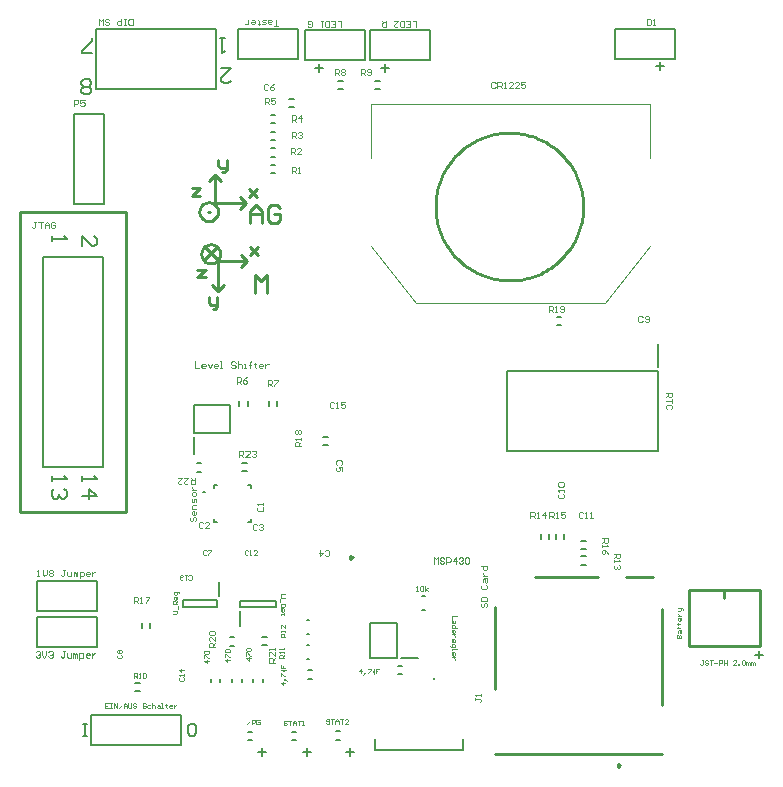
<source format=gto>
%FSTAX23Y23*%
%MOIN*%
%SFA1B1*%

%IPPOS*%
%ADD10C,0.010000*%
%ADD11C,0.009840*%
%ADD12C,0.007870*%
%ADD13C,0.007870*%
%ADD14C,0.003940*%
%ADD15C,0.005000*%
%ADD16C,0.008000*%
%ADD17C,0.004920*%
%LNmoveh_messkette_einseitig_v2-1*%
%LPD*%
G54D10*
X00763Y01685D02*
X00762Y01694D01*
X00757Y01703*
X0075Y0171*
X00742Y01714*
X00732Y01716*
X00722Y01714*
X00713Y0171*
X00706Y01703*
X00702Y01694*
X007Y01685*
X00702Y01675*
X00706Y01666*
X00713Y01659*
X00722Y01655*
X00732Y01653*
X00742Y01655*
X0075Y01659*
X00757Y01666*
X00762Y01675*
X00763Y01685*
X0073Y01825D02*
X00722D01*
X0073*
X00757D02*
X00756Y01835D01*
X00751Y01844*
X00744Y01851*
X00736Y01855*
X00726Y01857*
X00716Y01855*
X00707Y01851*
X007Y01844*
X00696Y01835*
X00694Y01825*
X00696Y01815*
X007Y01807*
X00707Y018*
X00716Y01795*
X00726Y01794*
X00736Y01795*
X00744Y018*
X00751Y01807*
X00756Y01815*
X00757Y01825*
X01974Y01842D02*
X01974Y01852D01*
X01973Y01862*
X01972Y01872*
X01971Y01882*
X01969Y01892*
X01967Y01901*
X01964Y01911*
X01961Y0192*
X01958Y0193*
X01954Y01939*
X0195Y01948*
X01945Y01957*
X01941Y01966*
X01935Y01974*
X0193Y01983*
X01924Y01991*
X01918Y01998*
X01911Y02006*
X01904Y02013*
X01897Y0202*
X0189Y02027*
X01882Y02034*
X01874Y0204*
X01866Y02045*
X01858Y02051*
X01849Y02056*
X01841Y02061*
X01832Y02065*
X01823Y02069*
X01813Y02073*
X01804Y02076*
X01794Y02079*
X01785Y02081*
X01775Y02084*
X01765Y02085*
X01755Y02087*
X01745Y02087*
X01735Y02088*
X01725Y02088*
X01715Y02088*
X01705Y02087*
X01696Y02086*
X01686Y02084*
X01676Y02083*
X01666Y0208*
X01657Y02078*
X01647Y02074*
X01638Y02071*
X01629Y02067*
X01619Y02063*
X01611Y02058*
X01602Y02053*
X01593Y02048*
X01585Y02043*
X01577Y02037*
X01569Y0203*
X01562Y02024*
X01555Y02017*
X01548Y0201*
X01541Y02002*
X01535Y01995*
X01529Y01987*
X01523Y01978*
X01518Y0197*
X01513Y01961*
X01508Y01953*
X01504Y01944*
X015Y01934*
X01496Y01925*
X01493Y01916*
X0149Y01906*
X01488Y01896*
X01486Y01887*
X01484Y01877*
X01483Y01867*
X01482Y01857*
X01482Y01847*
Y01837*
X01482Y01827*
X01483Y01817*
X01484Y01807*
X01486Y01797*
X01488Y01788*
X0149Y01778*
X01493Y01768*
X01496Y01759*
X015Y0175*
X01504Y0174*
X01508Y01731*
X01513Y01723*
X01518Y01714*
X01523Y01706*
X01529Y01697*
X01535Y01689*
X01541Y01682*
X01548Y01674*
X01555Y01667*
X01562Y0166*
X01569Y01654*
X01577Y01647*
X01585Y01641*
X01593Y01636*
X01602Y01631*
X01611Y01626*
X01619Y01621*
X01629Y01617*
X01638Y01613*
X01647Y0161*
X01657Y01607*
X01666Y01604*
X01676Y01602*
X01686Y016*
X01696Y01598*
X01705Y01597*
X01715Y01596*
X01725Y01596*
X01735Y01596*
X01745Y01597*
X01755Y01597*
X01765Y01599*
X01775Y01601*
X01785Y01603*
X01794Y01605*
X01804Y01608*
X01813Y01611*
X01823Y01615*
X01832Y01619*
X01841Y01623*
X01849Y01628*
X01858Y01633*
X01866Y01639*
X01874Y01644*
X01882Y01651*
X0189Y01657*
X01897Y01664*
X01904Y01671*
X01911Y01678*
X01918Y01686*
X01924Y01693*
X0193Y01701*
X01935Y0171*
X01941Y01718*
X01945Y01727*
X0195Y01736*
X01954Y01745*
X01958Y01754*
X01961Y01764*
X01964Y01773*
X01967Y01783*
X01969Y01792*
X01971Y01802*
X01972Y01812*
X01973Y01822*
X01974Y01832*
X01974Y01842*
X02097Y-0002D02*
X02089Y-00015D01*
Y-00025*
X02097Y-0002*
X02562Y00376D02*
Y00565D01*
X02325Y00376D02*
Y00565D01*
Y00376D02*
X02562D01*
X02325Y00565D02*
X02562D01*
X02443Y00538D02*
Y00565D01*
X00711Y01665D02*
X0075Y01704D01*
X00712Y01706D02*
X00755Y01663D01*
Y01661D02*
Y01663D01*
X00746Y01949D02*
X00766Y01929D01*
X00746Y0192D02*
Y01949D01*
X00727Y01929D02*
X00746Y01949D01*
Y01854D02*
Y0192D01*
X0083Y01834D02*
X0085Y01854D01*
X0083Y01874D02*
X0085Y01854D01*
X00749D02*
X0085D01*
X00755Y01661D02*
X00854D01*
X00834Y01681D02*
X00854Y01661D01*
X00834Y01641D02*
X00854Y01661D01*
X00755Y01592D02*
Y01661D01*
Y01562D02*
X00775Y01582D01*
X00755Y01562D02*
Y01592D01*
X00736Y01582D02*
X00755Y01562D01*
X00097Y00823D02*
Y01823D01*
X0168Y00019D02*
X02237D01*
Y00181D02*
Y00501D01*
X0168Y00234D02*
Y00507D01*
X01813Y00608D02*
X02024D01*
X02118D02*
X02207D01*
X00451Y00823D02*
Y01823D01*
X00097D02*
X00451D01*
X00097Y00823D02*
X00451D01*
X00864Y01786D02*
Y01826D01*
X00884Y01846*
X00904Y01826*
Y01786*
Y01816*
X00864*
X00964Y01836D02*
X00954Y01846D01*
X00934*
X00924Y01836*
Y01796*
X00934Y01786*
X00954*
X00964Y01796*
Y01816*
X00944*
X00758Y01997D02*
Y01977D01*
X00765Y01971*
X00785*
Y01964*
X00778Y01958*
X00771*
X00785Y01971D02*
Y01997D01*
X00671Y01903D02*
X00697D01*
X00671Y01876*
X00697*
X0086Y019D02*
X00886Y01874D01*
X00873Y01887*
X00886Y019*
X0086Y01874*
X00881Y01555D02*
Y01615D01*
X00901Y01595*
X00921Y01615*
Y01555*
X00864Y01707D02*
X0089Y01681D01*
X00877Y01694*
X0089Y01707*
X00864Y01681*
X00688Y01632D02*
X00715D01*
X00688Y01606*
X00715*
X00726Y0154D02*
Y01521D01*
X00732Y01514*
X00752*
Y01508*
X00746Y01501*
X00739*
X00752Y01514D02*
Y0154D01*
G54D11*
X01205Y00673D02*
X01198Y00677D01*
Y00668*
X01205Y00673*
G54D12*
X00713Y00891D02*
X00706D01*
X00713*
X00531Y00438D02*
Y00454D01*
X00503Y00438D02*
Y00454D01*
X00675Y01019D02*
Y01075D01*
X00677Y01089D02*
X00795D01*
Y0118*
X00677D02*
X00795D01*
X00677Y01089D02*
Y0118D01*
X00685Y00987D02*
X007D01*
X00685Y00959D02*
X007D01*
X00837Y00961D02*
X00853D01*
X00837Y00989D02*
X00853D01*
X00154Y00593D02*
X00354D01*
X00154Y00493D02*
Y00593D01*
Y00493D02*
X00354D01*
Y00593*
X00154Y00475D02*
X00354D01*
X00154Y00375D02*
Y00475D01*
Y00375D02*
X00354D01*
Y00475*
X00795Y00379D02*
X00811D01*
X00795Y00407D02*
X00811D01*
X00903Y00409D02*
X00919D01*
X00903Y00381D02*
X00919D01*
X02081Y02335D02*
Y02435D01*
X02281*
Y02335D02*
Y02435D01*
X02081Y02335D02*
X02281D01*
X01885Y01474D02*
X01901D01*
X01885Y01446D02*
X01901D01*
X00932Y02148D02*
X00947D01*
X00932Y02121D02*
X00947D01*
X00933Y02092D02*
X00948D01*
X00933Y02064D02*
X00948D01*
X00933Y01982D02*
X00948D01*
X00933Y01954D02*
X00948D01*
X00933Y02009D02*
X00948D01*
X00933Y02037D02*
X00948D01*
X01157Y02234D02*
X01173D01*
X01157Y02261D02*
X01173D01*
X01246Y02331D02*
Y02431D01*
X01046Y02331D02*
X01246D01*
X01046D02*
Y02431D01*
X01246*
X02222Y01309D02*
Y01384D01*
X01719Y01295D02*
X02223D01*
X01719Y01027D02*
Y01295D01*
Y01027D02*
X02223D01*
Y01295*
X01106Y01047D02*
X01122D01*
X01106Y01074D02*
X01122D01*
X00926Y01178D02*
Y01194D01*
X00953Y01178D02*
Y01194D01*
X00827Y01179D02*
Y01194D01*
X00855Y01179D02*
Y01194D01*
X00994Y022D02*
X0101D01*
X00994Y02173D02*
X0101D01*
X0035Y02233D02*
Y02433D01*
X0075Y02233D02*
Y02433D01*
X0035Y02233D02*
X0075D01*
X0035Y02433D02*
X0075D01*
X00824Y02333D02*
X01024D01*
Y02433*
X00824D02*
X01024D01*
X00824Y02333D02*
Y02433D01*
X01264Y02431D02*
X01464D01*
X01264Y02331D02*
Y02431D01*
Y02331D02*
X01464D01*
Y02431*
X01883Y00734D02*
Y0075D01*
X01911Y00734D02*
Y0075D01*
X01859Y00734D02*
Y0075D01*
X01832Y00734D02*
Y0075D01*
X01968Y00677D02*
X01983D01*
X01968Y00649D02*
X01983D01*
X01968Y007D02*
X01983D01*
X01968Y00728D02*
X01983D01*
X00831Y00507D02*
Y00529D01*
X00949*
Y00507D02*
Y00529D01*
X00831Y00507D02*
X00949D01*
X00831Y00444D02*
Y00494D01*
X00754Y00506D02*
Y0053D01*
X0064Y00506D02*
X00754D01*
X0064D02*
Y0053D01*
X00754*
X0076Y00544D02*
Y00591D01*
X01052Y00463D02*
X01059D01*
X01052Y00416D02*
X01059D01*
X01052Y00333D02*
X01059D01*
X01052Y0038D02*
X01059D01*
X01057Y00269D02*
X01069D01*
X01057Y00297D02*
X01069D01*
X00874Y00258D02*
Y00266D01*
X00906Y00258D02*
Y00266D01*
X00804Y00258D02*
Y00266D01*
X00835Y00258D02*
Y00266D01*
X00733Y00258D02*
Y00266D01*
X00764Y00258D02*
Y00266D01*
X00333Y00148D02*
X00633D01*
X00333Y00048D02*
Y00148D01*
Y00048D02*
X00633D01*
Y00148*
X00481Y00227D02*
X00496D01*
X00481Y00255D02*
X00496D01*
X01437Y00545D02*
X01445D01*
X01437Y00498D02*
X01445D01*
X01262Y00337D02*
X01353D01*
X01262D02*
Y00455D01*
X01353*
Y00337D02*
Y00455D01*
X01367Y00337D02*
X01422D01*
X01357Y00284D02*
X01369D01*
X01357Y00312D02*
X01369D01*
X01279Y00032D02*
X01574D01*
X01279D02*
Y00066D01*
X01574Y00032D02*
Y00066D01*
X00858Y00063D02*
X0087D01*
X00858Y00091D02*
X0087D01*
X01004Y00064D02*
X01016D01*
X01004Y00092D02*
X01016D01*
X0115Y00065D02*
X01162D01*
X0115Y00093D02*
X01162D01*
X01281Y02261D02*
X01297D01*
X01281Y02234D02*
X01297D01*
X00173Y00973D02*
Y01673D01*
X00373Y00973D02*
Y01673D01*
X00173D02*
X00373D01*
X00173Y00973D02*
X00373D01*
X00376Y0185D02*
Y0215D01*
X00276D02*
X00376D01*
X00276Y0185D02*
Y0215D01*
Y0185D02*
X00376D01*
X00676Y00119D02*
X00663D01*
X00656Y00112*
Y00086*
X00663Y00079*
X00676*
X00682Y00086*
Y00112*
X00676Y00119*
X00307Y00117D02*
X0032D01*
X00314*
Y00077*
X00307*
X0032*
X01183Y00024D02*
X01209D01*
X01196Y00037D02*
Y00011D01*
X01041Y00023D02*
X01067D01*
X01054Y00036D02*
Y0001D01*
X0089Y00023D02*
X00916D01*
X00903Y00036D02*
Y0001D01*
X02548Y00349D02*
X02574D01*
X02561Y00362D02*
Y00336D01*
X02217Y0231D02*
X02243D01*
X0223Y02323D02*
Y02296D01*
X01301Y02305D02*
X01327D01*
X01314Y02318D02*
Y02291D01*
X01081Y02305D02*
X01107D01*
X01094Y02318D02*
Y02291D01*
G54D13*
X01477Y00268D03*
G54D14*
X02047Y01521D02*
X02198Y0171D01*
X01417Y01521D02*
X02047D01*
X01265Y0171D02*
X01417Y01521D01*
X02198Y02003D02*
Y02183D01*
X01265D02*
X02198D01*
X01265Y02003D02*
Y02183D01*
X02374Y0033D02*
X02369D01*
X02372*
Y00317*
X02369Y00314*
X02366*
X02364Y00317*
X0239Y00328D02*
X02387Y0033D01*
X02382*
X02379Y00328*
Y00325*
X02382Y00322*
X02387*
X0239Y0032*
Y00317*
X02387Y00314*
X02382*
X02379Y00317*
X02395Y0033D02*
X02406D01*
X024*
Y00314*
X02411Y00322D02*
X02421D01*
X02427Y00314D02*
Y0033D01*
X02435*
X02437Y00328*
Y00322*
X02435Y0032*
X02427*
X02442Y0033D02*
Y00314D01*
Y00322*
X02453*
Y0033*
Y00314*
X02484D02*
X02474D01*
X02484Y00325*
Y00328*
X02482Y0033*
X02477*
X02474Y00328*
X0249Y00314D02*
Y00317D01*
X02492*
Y00314*
X0249*
X02503Y00328D02*
X02505Y0033D01*
X02511*
X02513Y00328*
Y00317*
X02511Y00314*
X02505*
X02503Y00317*
Y00328*
X02518Y00314D02*
Y00325D01*
X02521*
X02524Y00322*
Y00314*
Y00322*
X02526Y00325*
X02529Y00322*
Y00314*
X02534D02*
Y00325D01*
X02537*
X02539Y00322*
Y00314*
Y00322*
X02542Y00325*
X02545Y00322*
Y00314*
X00629Y00273D02*
X00626Y0027D01*
Y00265*
X00629Y00262*
X0064*
X00642Y00265*
Y0027*
X0064Y00273*
X00642Y00278D02*
Y00283D01*
Y00281*
X00626*
X00629Y00278*
X00642Y00299D02*
X00626D01*
X00634Y00291*
Y00302*
X00422Y00348D02*
X0042Y00345D01*
Y0034*
X00422Y00337*
X00433*
X00436Y0034*
Y00345*
X00433Y00348*
X00422Y00353D02*
X0042Y00356D01*
Y00361*
X00422Y00363*
X00425*
X00428Y00361*
X0043Y00363*
X00433*
X00436Y00361*
Y00356*
X00433Y00353*
X0043*
X00428Y00356*
X00425Y00353*
X00422*
X00428Y00356D02*
Y00361D01*
X00719Y00694D02*
X00716Y00696D01*
X00711*
X00708Y00694*
Y00683*
X00711Y00681*
X00716*
X00719Y00683*
X00724Y00696D02*
X00734D01*
Y00694*
X00724Y00683*
Y00681*
X00727Y00328D02*
X00711D01*
X00719Y0032*
Y00331*
X00711Y00336D02*
Y00347D01*
X00714*
X00724Y00336*
X00727*
X00714Y00352D02*
X00711Y00354D01*
Y0036*
X00714Y00362*
X00724*
X00727Y0036*
Y00354*
X00724Y00352*
X00714*
X00867Y00337D02*
X00851D01*
X00859Y00329*
Y0034*
X00851Y00345D02*
Y00356D01*
X00853*
X00864Y00345*
X00867*
X00853Y00361D02*
X00851Y00363D01*
Y00369*
X00853Y00371*
X00864*
X00867Y00369*
Y00363*
X00864Y00361*
X00853*
X01127Y00131D02*
X01125Y00134D01*
X01119*
X01117Y00131*
Y00129*
X01119Y00126*
X01125*
X01127Y00123*
Y00121*
X01125Y00118*
X01119*
X01117Y00121*
X01132Y00134D02*
X01143D01*
X01138*
Y00118*
X01148D02*
Y00129D01*
X01153Y00134*
X01159Y00129*
Y00118*
Y00126*
X01148*
X01164Y00134D02*
X01174D01*
X01169*
Y00118*
X0119D02*
X0118D01*
X0119Y00129*
Y00131*
X01187Y00134*
X01182*
X0118Y00131*
X00985Y00127D02*
X00983Y00129D01*
X00978*
X00975Y00127*
Y00124*
X00978Y00121*
X00983*
X00985Y00119*
Y00116*
X00983Y00113*
X00978*
X00975Y00116*
X00991Y00129D02*
X01001D01*
X00996*
Y00113*
X01006D02*
Y00124D01*
X01012Y00129*
X01017Y00124*
Y00113*
Y00121*
X01006*
X01022Y00129D02*
X01033D01*
X01027*
Y00113*
X01038D02*
X01043D01*
X0104*
Y00129*
X01038Y00127*
X00795Y00332D02*
X00779D01*
X00787Y00324*
Y00335*
X00779Y0034D02*
Y00351D01*
X00782*
X00792Y0034*
X00795*
X00782Y00356D02*
X00779Y00358D01*
Y00364*
X00782Y00366*
X00792*
X00795Y00364*
Y00358*
X00792Y00356*
X00782*
X01418Y00562D02*
X01423D01*
X0142*
Y00577*
X01418Y00575*
X01431D02*
X01434Y00577D01*
X01439*
X01441Y00575*
Y00564*
X01439Y00562*
X01434*
X01431Y00564*
Y00575*
X01447Y00562D02*
Y00577D01*
Y00567D02*
X01455Y00572D01*
X01447Y00567D02*
X01455Y00562D01*
X00981Y00255D02*
X00965D01*
X00973Y00247*
Y00257*
X00983Y00265D02*
X00981Y00268D01*
X00978*
Y00265*
X00981*
Y00268*
X00983Y00265*
X00986Y00262*
X00965Y00278D02*
Y00289D01*
X00968*
X00978Y00278*
X00981*
X00973Y00294D02*
Y00299D01*
X00975Y00294D02*
Y00299D01*
X00965D02*
X00983D01*
X00965Y00315D02*
Y00304D01*
X00973*
Y0031*
Y00304*
X00981*
X01233Y00286D02*
Y00302D01*
X01225Y00294*
X01235*
X01243Y00283D02*
X01246Y00286D01*
Y00289*
X01243*
Y00286*
X01246*
X01243Y00283*
X01241Y00281*
X01256Y00302D02*
X01267D01*
Y00299*
X01256Y00289*
Y00286*
X01272Y00294D02*
X01277D01*
X01272Y00291D02*
X01277D01*
Y00302D02*
Y00283D01*
X01293Y00302D02*
X01283D01*
Y00294*
X01288*
X01283*
Y00286*
X00853Y00117D02*
X00863Y00127D01*
X00869Y00117D02*
Y00132D01*
X00876*
X00879Y0013*
Y00125*
X00876Y00122*
X00869*
X00895Y0013D02*
X00892Y00132D01*
X00887*
X00884Y0013*
Y00119*
X00887Y00117*
X00892*
X00895Y00119*
Y00125*
X0089*
X00605Y00485D02*
X00618D01*
X00621Y00487*
Y00493*
X00618Y00495*
X00605*
X00623Y005D02*
Y00511D01*
X00621Y00516D02*
X00605D01*
Y00524*
X00607Y00527*
X00613*
X00615Y00524*
Y00516*
Y00521D02*
X00621Y00527D01*
Y0054D02*
Y00535D01*
X00618Y00532*
X00613*
X0061Y00535*
Y0054*
X00613Y00542*
X00615*
Y00532*
X00626Y00553D02*
Y00556D01*
X00623Y00558*
X0061*
Y0055*
X00613Y00548*
X00618*
X00621Y0055*
Y00558*
X00981Y00408D02*
X00965D01*
Y00416*
X00968Y00419*
X00973*
X00975Y00416*
Y00408*
Y00413D02*
X00981Y00419D01*
Y00424D02*
Y00429D01*
Y00426*
X00965*
X00968Y00424*
X00981Y00447D02*
Y00437D01*
X0097Y00447*
X00968*
X00965Y00445*
Y0044*
X00968Y00437*
X00977Y00337D02*
X00961D01*
Y00345*
X00964Y00348*
X00969*
X00972Y00345*
Y00337*
Y00342D02*
X00977Y00348D01*
Y00353D02*
Y00358D01*
Y00356*
X00961*
X00964Y00353*
X00977Y00366D02*
Y00371D01*
Y00369*
X00961*
X00964Y00366*
X00477Y0027D02*
Y00286D01*
X00485*
X00487Y00283*
Y00278*
X00485Y00276*
X00477*
X00482D02*
X00487Y0027D01*
X00493D02*
X00498D01*
X00495*
Y00286*
X00493Y00283*
X00506D02*
X00508Y00286D01*
X00514*
X00516Y00283*
Y00273*
X00514Y0027*
X00508*
X00506Y00273*
Y00283*
X00392Y00187D02*
X00381D01*
Y00171*
X00392*
X00381Y00179D02*
X00387D01*
X00397Y00187D02*
X00402D01*
X004*
Y00171*
X00397*
X00402*
X0041D02*
Y00187D01*
X00421Y00171*
Y00187*
X00426Y00171D02*
X00436Y00181D01*
X00442Y00171D02*
Y00181D01*
X00447Y00187*
X00452Y00181*
Y00171*
Y00179*
X00442*
X00457Y00187D02*
Y00173D01*
X0046Y00171*
X00465*
X00468Y00173*
Y00187*
X00484Y00184D02*
X00481Y00187D01*
X00476*
X00473Y00184*
Y00181*
X00476Y00179*
X00481*
X00484Y00176*
Y00173*
X00481Y00171*
X00476*
X00473Y00173*
X00515Y00184D02*
X00513Y00187D01*
X00507*
X00505Y00184*
Y00181*
X00507Y00179*
X00513*
X00515Y00176*
Y00173*
X00513Y00171*
X00507*
X00505Y00173*
X00531Y00181D02*
X00523D01*
X0052Y00179*
Y00173*
X00523Y00171*
X00531*
X00536Y00187D02*
Y00171D01*
Y00179*
X00539Y00181*
X00544*
X00547Y00179*
Y00171*
X00555Y00181D02*
X0056D01*
X00562Y00179*
Y00171*
X00555*
X00552Y00173*
X00555Y00176*
X00562*
X00568Y00171D02*
X00573D01*
X0057*
Y00187*
X00568*
X00583Y00184D02*
Y00181D01*
X00581*
X00586*
X00583*
Y00173*
X00586Y00171*
X00602D02*
X00597D01*
X00594Y00173*
Y00179*
X00597Y00181*
X00602*
X00604Y00179*
Y00176*
X00594*
X0061Y00181D02*
Y00171D01*
Y00176*
X00612Y00179*
X00615Y00181*
X00618*
X02285Y00404D02*
X02301D01*
Y00412*
X02298Y00415*
X02295*
X02293Y00412*
Y00404*
Y00412*
X0229Y00415*
X02288*
X02285Y00412*
Y00404*
X0229Y00422D02*
Y00428D01*
X02293Y0043*
X02301*
Y00422*
X02298Y0042*
X02295Y00422*
Y0043*
X02288Y00438D02*
X0229D01*
Y00436*
Y00441*
Y00438*
X02298*
X02301Y00441*
X02288Y00451D02*
X0229D01*
Y00449*
Y00454*
Y00451*
X02298*
X02301Y00454*
Y0047D02*
Y00464D01*
X02298Y00462*
X02293*
X0229Y00464*
Y0047*
X02293Y00472*
X02295*
Y00462*
X0229Y00478D02*
X02301D01*
X02295*
X02293Y0048*
X0229Y00483*
Y00485*
Y00493D02*
X02298D01*
X02301Y00496*
Y00504*
X02303*
X02306Y00501*
Y00498*
X02301Y00504D02*
X0229D01*
X00981Y0055D02*
X00968D01*
X00965Y00547*
Y00542*
X00968Y00539*
X00981*
X00962Y00534D02*
Y00524D01*
X00981Y00518D02*
X00965D01*
Y0051*
X00968Y00508*
X00978*
X00981Y0051*
Y00518*
X00965Y00495D02*
Y005D01*
X00968Y00503*
X00973*
X00975Y005*
Y00495*
X00973Y00492*
X0097*
Y00503*
X00978Y00484D02*
X00975D01*
Y00487*
Y00482*
Y00484*
X00968*
X00965Y00482*
X01552Y00479D02*
X01536D01*
Y00468*
X01546Y00461D02*
Y00455D01*
X01544Y00453*
X01536*
Y00461*
X01538Y00463*
X01541Y00461*
Y00453*
X01552Y00437D02*
X01536D01*
Y00445*
X01538Y00447*
X01544*
X01546Y00445*
Y00437*
X01536Y00424D02*
Y00429D01*
X01538Y00432*
X01544*
X01546Y00429*
Y00424*
X01544Y00421*
X01541*
Y00432*
X01546Y00416D02*
X01536D01*
X01541*
X01544Y00413*
X01546Y00411*
Y00408*
X01536Y00392D02*
Y00398D01*
X01538Y004*
X01544*
X01546Y00398*
Y00392*
X01544Y0039*
X01541*
Y004*
X01531Y00379D02*
Y00377D01*
X01533Y00374*
X01546*
Y00382*
X01544Y00384*
X01538*
X01536Y00382*
Y00374*
Y00369D02*
Y00363D01*
Y00366*
X01552*
Y00369*
X01536Y00348D02*
Y00353D01*
X01538Y00356*
X01544*
X01546Y00353*
Y00348*
X01544Y00345*
X01541*
Y00356*
X01546Y0034D02*
X01536D01*
X01541*
X01544Y00337*
X01546Y00335*
Y00332*
X00658Y00601D02*
X00661Y00598D01*
X00666*
X00669Y00601*
Y00611*
X00666Y00614*
X00661*
X00658Y00611*
X00653Y00614D02*
X00648D01*
X0065*
Y00598*
X00653Y00601*
X0064D02*
X00637Y00598D01*
X00632*
X00629Y00601*
Y00603*
X00632Y00606*
X00635*
X00632*
X00629Y00608*
Y00611*
X00632Y00614*
X00637*
X0064Y00611*
X00856Y00694D02*
X00854Y00696D01*
X00849*
X00846Y00694*
Y00683*
X00849Y00681*
X00854*
X00856Y00683*
X00862Y00681D02*
X00867D01*
X00864*
Y00696*
X00862Y00694*
X00885Y00681D02*
X00875D01*
X00885Y00691*
Y00694*
X00883Y00696*
X00877*
X00875Y00694*
G54D15*
X00743Y00913D02*
X00753D01*
X00743Y00903D02*
Y00913D01*
X00855D02*
X00865D01*
Y00903D02*
Y00913D01*
Y00791D02*
Y00801D01*
X00855Y00791D02*
X00865D01*
X00743D02*
Y00801D01*
Y00791D02*
X00753D01*
G54D16*
X00334Y02225D02*
X00326Y02216D01*
X00309*
X00301Y02225*
Y02233*
X00309Y02241*
X00301Y0225*
Y02258*
X00309Y02266*
X00326*
X00334Y02258*
Y0225*
X00326Y02241*
X00334Y02233*
Y02225*
X00326Y02241D02*
X00309D01*
X00337Y02353D02*
X00304D01*
Y02361*
X00337Y02395*
Y02403*
X0078Y02403D02*
X00763D01*
X00771*
Y02353*
X0078Y02361*
X00766Y02303D02*
X008D01*
X00766Y0227*
Y02261*
X00775Y02253*
X00791*
X008Y02261*
X00203Y00943D02*
Y00927D01*
Y00935*
X00253*
X00244Y00943*
Y00902D02*
X00253Y00893D01*
Y00877*
X00244Y00869*
X00236*
X00228Y00877*
Y00885*
Y00877*
X00219Y00869*
X00211*
X00203Y00877*
Y00893*
X00211Y00902*
X00303Y00943D02*
Y00927D01*
Y00935*
X00353*
X00344Y00943*
X00303Y00877D02*
X00353D01*
X00328Y00902*
Y00869*
X00203Y01743D02*
Y01727D01*
Y01735*
X00253*
X00244Y01743*
X00303Y0171D02*
Y01743D01*
X00336Y0171*
X00344*
X00353Y01718*
Y01735*
X00344Y01743*
G54D17*
X00827Y01008D02*
Y01029D01*
X00838*
X00841Y01026*
Y01019*
X00838Y01015*
X00827*
X00834D02*
X00841Y01008D01*
X00862D02*
X00848D01*
X00862Y01022*
Y01026*
X00858Y01029*
X00851*
X00848Y01026*
X00869D02*
X00872Y01029D01*
X00879*
X00882Y01026*
Y01022*
X00879Y01019*
X00875*
X00879*
X00882Y01015*
Y01012*
X00879Y01008*
X00872*
X00869Y01012*
X00679Y00938D02*
Y00918D01*
X00668*
X00665Y00921*
Y00928*
X00668Y00932*
X00679*
X00672D02*
X00665Y00938D01*
X00644D02*
X00658D01*
X00644Y00925*
Y00921*
X00648Y00918*
X00654*
X00658Y00921*
X00624Y00938D02*
X00637D01*
X00624Y00925*
Y00921*
X00627Y00918*
X00634*
X00637Y00921*
X00681Y01326D02*
Y01305D01*
X00694*
X00712D02*
X00705D01*
X00701Y01308*
Y01315*
X00705Y01319*
X00712*
X00715Y01315*
Y01312*
X00701*
X00722Y01319D02*
X00729Y01305D01*
X00736Y01319*
X00753Y01305D02*
X00746D01*
X00742Y01308*
Y01315*
X00746Y01319*
X00753*
X00756Y01315*
Y01312*
X00742*
X00763Y01305D02*
X0077D01*
X00767*
Y01326*
X00763*
X00815Y01322D02*
X00811Y01326D01*
X00804*
X00801Y01322*
Y01319*
X00804Y01315*
X00811*
X00815Y01312*
Y01308*
X00811Y01305*
X00804*
X00801Y01308*
X00822Y01326D02*
Y01305D01*
Y01315*
X00825Y01319*
X00832*
X00835Y01315*
Y01305*
X00842D02*
X00849D01*
X00846*
Y01319*
X00842*
X00863Y01305D02*
Y01322D01*
Y01315*
X00859*
X00866*
X00863*
Y01322*
X00866Y01326*
X0088Y01322D02*
Y01319D01*
X00877*
X00883*
X0088*
Y01308*
X00883Y01305*
X00904D02*
X00897D01*
X00894Y01308*
Y01315*
X00897Y01319*
X00904*
X00907Y01315*
Y01312*
X00894*
X00914Y01319D02*
Y01305D01*
Y01312*
X00918Y01315*
X00921Y01319*
X00925*
X0015Y00356D02*
X00154Y0036D01*
X0016*
X00164Y00356*
Y00353*
X0016Y00349*
X00157*
X0016*
X00164Y00346*
Y00343*
X0016Y00339*
X00154*
X0015Y00343*
X00171Y0036D02*
Y00346D01*
X00178Y00339*
X00184Y00346*
Y0036*
X00191Y00356D02*
X00195Y0036D01*
X00202*
X00205Y00356*
Y00353*
X00202Y00349*
X00198*
X00202*
X00205Y00346*
Y00343*
X00202Y00339*
X00195*
X00191Y00343*
X00246Y0036D02*
X00239D01*
X00243*
Y00343*
X00239Y00339*
X00236*
X00233Y00343*
X00253Y00353D02*
Y00343D01*
X00257Y00339*
X00267*
Y00353*
X00274Y00339D02*
Y00353D01*
X00277*
X00281Y00349*
Y00339*
Y00349*
X00284Y00353*
X00288Y00349*
Y00339*
X00294Y00332D02*
Y00353D01*
X00305*
X00308Y00349*
Y00343*
X00305Y00339*
X00294*
X00325D02*
X00319D01*
X00315Y00343*
Y00349*
X00319Y00353*
X00325*
X00329Y00349*
Y00346*
X00315*
X00336Y00353D02*
Y00339D01*
Y00346*
X00339Y00349*
X00343Y00353*
X00346*
X00154Y00612D02*
X00161D01*
X00158*
Y00632*
X00154Y00629*
X00172Y00632D02*
Y00619D01*
X00178Y00612*
X00185Y00619*
Y00632*
X00192Y00629D02*
X00196Y00632D01*
X00203*
X00206Y00629*
Y00625*
X00203Y00622*
X00206Y00619*
Y00615*
X00203Y00612*
X00196*
X00192Y00615*
Y00619*
X00196Y00622*
X00192Y00625*
Y00629*
X00196Y00622D02*
X00203D01*
X00247Y00632D02*
X0024D01*
X00244*
Y00615*
X0024Y00612*
X00237*
X00233Y00615*
X00254Y00625D02*
Y00615D01*
X00258Y00612*
X00268*
Y00625*
X00275Y00612D02*
Y00625D01*
X00278*
X00282Y00622*
Y00612*
Y00622*
X00285Y00625*
X00288Y00622*
Y00612*
X00295Y00605D02*
Y00625D01*
X00306*
X00309Y00622*
Y00615*
X00306Y00612*
X00295*
X00326D02*
X00319D01*
X00316Y00615*
Y00622*
X00319Y00625*
X00326*
X0033Y00622*
Y00619*
X00316*
X00337Y00625D02*
Y00612D01*
Y00619*
X0034Y00622*
X00343Y00625*
X00347*
X00946Y00322D02*
X00925D01*
Y00333*
X00928Y00336*
X00935*
X00939Y00333*
Y00322*
Y00329D02*
X00946Y00336D01*
Y00357D02*
Y00343D01*
X00932Y00357*
X00928*
X00925Y00353*
Y00346*
X00928Y00343*
X00946Y00364D02*
Y0037D01*
Y00367*
X00925*
X00928Y00364*
X00747Y00373D02*
X00726D01*
Y00383*
X00729Y00386*
X00736*
X0074Y00383*
Y00373*
Y00379D02*
X00747Y00386D01*
Y00407D02*
Y00393D01*
X00733Y00407*
X00729*
X00726Y00404*
Y00397*
X00729Y00393*
Y00414D02*
X00726Y00417D01*
Y00424*
X00729Y00428*
X00743*
X00747Y00424*
Y00417*
X00743Y00414*
X00729*
X00477Y00521D02*
Y00542D01*
X00487*
X00491Y00538*
Y00532*
X00487Y00528*
X00477*
X00484D02*
X00491Y00521D01*
X00497D02*
X00504D01*
X00501*
Y00542*
X00497Y00538*
X00515Y00542D02*
X00528D01*
Y00538*
X00515Y00525*
Y00521*
X02187Y02467D02*
Y02446D01*
X02197*
X022Y0245*
Y02464*
X02197Y02467*
X02187*
X02207Y02446D02*
X02214D01*
X02211*
Y02467*
X02207Y02464*
X0186Y01491D02*
Y01511D01*
X0187*
X01873Y01508*
Y01501*
X0187Y01498*
X0186*
X01867D02*
X01873Y01491D01*
X0188D02*
X01887D01*
X01884*
Y01511*
X0188Y01508*
X01898Y01494D02*
X01901Y01491D01*
X01908*
X01911Y01494*
Y01508*
X01908Y01511*
X01901*
X01898Y01508*
Y01504*
X01901Y01501*
X01911*
X01142Y01187D02*
X01139Y0119D01*
X01132*
X01129Y01187*
Y01173*
X01132Y0117*
X01139*
X01142Y01173*
X01149Y0117D02*
X01156D01*
X01153*
Y0119*
X01149Y01187*
X0118Y0119D02*
X01166D01*
Y0118*
X01173Y01183*
X01177*
X0118Y0118*
Y01173*
X01177Y0117*
X0117*
X01166Y01173*
X01147Y02281D02*
Y02302D01*
X01157*
X0116Y02298*
Y02291*
X01157Y02288*
X01147*
X01154D02*
X0116Y02281D01*
X01167Y02298D02*
X01171Y02302D01*
X01178*
X01181Y02298*
Y02295*
X01178Y02291*
X01181Y02288*
Y02285*
X01178Y02281*
X01171*
X01167Y02285*
Y02288*
X01171Y02291*
X01167Y02295*
Y02298*
X01171Y02291D02*
X01178D01*
X01168Y02442D02*
Y02462D01*
X01155*
X01134Y02442D02*
X01148D01*
Y02462*
X01134*
X01148Y02452D02*
X01141D01*
X01127Y02442D02*
Y02462D01*
X01117*
X01113Y02459*
Y02445*
X01117Y02442*
X01127*
X01106Y02462D02*
X011D01*
X01103*
Y02442*
X01106Y02445*
X01055D02*
X01058Y02442D01*
X01065*
X01069Y02445*
Y02459*
X01065Y02462*
X01058*
X01055Y02459*
Y02452*
X01062*
X01033Y01045D02*
X01012D01*
Y01055*
X01016Y01059*
X01023*
X01026Y01055*
Y01045*
Y01052D02*
X01033Y01059D01*
Y01065D02*
Y01072D01*
Y01069*
X01012*
X01016Y01065*
Y01083D02*
X01012Y01086D01*
Y01093*
X01016Y01096*
X01019*
X01023Y01093*
X01026Y01096*
X0103*
X01033Y01093*
Y01086*
X0103Y01083*
X01026*
X01023Y01086*
X01019Y01083*
X01016*
X01023Y01086D02*
Y01093D01*
X01Y02016D02*
Y02037D01*
X0101*
X01013Y02034*
Y02027*
X0101Y02023*
X01*
X01006D02*
X01013Y02016D01*
X01034D02*
X0102D01*
X01034Y0203*
Y02034*
X0103Y02037*
X01024*
X0102Y02034*
X01613Y00205D02*
Y00198D01*
Y00202*
X0163*
X01633Y00198*
Y00195*
X0163Y00191*
X01633Y00212D02*
Y00219D01*
Y00215*
X01613*
X01616Y00212*
X00958Y02443D02*
X00944D01*
X00951*
Y02464*
X00934Y0245D02*
X00927D01*
X00924Y02454*
Y02464*
X00934*
X00938Y02461*
X00934Y02457*
X00924*
X00917Y02464D02*
X00907D01*
X00903Y02461*
X00907Y02457*
X00913*
X00917Y02454*
X00913Y0245*
X00903*
X00893Y02447D02*
Y0245D01*
X00896*
X00889*
X00893*
Y02461*
X00889Y02464*
X00869D02*
X00876D01*
X00879Y02461*
Y02454*
X00876Y0245*
X00869*
X00865Y02454*
Y02457*
X00879*
X00858Y0245D02*
Y02464D01*
Y02457*
X00855Y02454*
X00852Y0245*
X00848*
X00665Y00808D02*
X00662Y00804D01*
Y00797*
X00665Y00794*
X00669*
X00672Y00797*
Y00804*
X00676Y00808*
X00679*
X00683Y00804*
Y00797*
X00679Y00794*
X00683Y00825D02*
Y00818D01*
X00679Y00814*
X00672*
X00669Y00818*
Y00825*
X00672Y00828*
X00676*
Y00814*
X00683Y00835D02*
X00669D01*
Y00845*
X00672Y00849*
X00683*
Y00856D02*
Y00866D01*
X00679Y00869*
X00676Y00866*
Y00859*
X00672Y00856*
X00669Y00859*
Y00869*
X00683Y0088D02*
Y00887D01*
X00679Y0089*
X00672*
X00669Y00887*
Y0088*
X00672Y00876*
X00679*
X00683Y0088*
X00669Y00897D02*
X00683D01*
X00676*
X00672Y009*
X00669Y00904*
Y00907*
X01636Y0052D02*
X01632Y00517D01*
Y0051*
X01636Y00506*
X01639*
X01643Y0051*
Y00517*
X01646Y0052*
X0165*
X01653Y00517*
Y0051*
X0165Y00506*
X01632Y00527D02*
X01653D01*
Y00537*
X0165Y00541*
X01636*
X01632Y00537*
Y00527*
X01636Y00582D02*
X01632Y00579D01*
Y00572*
X01636Y00568*
X0165*
X01653Y00572*
Y00579*
X0165Y00582*
X01639Y00592D02*
Y00599D01*
X01643Y00603*
X01653*
Y00592*
X0165Y00589*
X01646Y00592*
Y00603*
X01639Y0061D02*
X01653D01*
X01646*
X01643Y00613*
X01639Y00616*
Y0062*
X01632Y00644D02*
X01653D01*
Y00634*
X0165Y0063*
X01643*
X01639Y00634*
Y00644*
X02249Y01222D02*
X02269D01*
Y01212*
X02266Y01208*
X02259*
X02255Y01212*
Y01222*
Y01215D02*
X02249Y01208D01*
X02269Y01201D02*
Y01188D01*
Y01194*
X02249*
X02266Y01167D02*
X02269Y0117D01*
Y01177*
X02266Y01181*
X02252*
X02249Y01177*
Y0117*
X02252Y01167*
X02037Y00736D02*
X02058D01*
Y00725*
X02054Y00722*
X02047*
X02044Y00725*
Y00736*
Y00729D02*
X02037Y00722D01*
Y00715D02*
Y00708D01*
Y00711*
X02058*
X02054Y00715*
X02058Y00684D02*
X02054Y00691D01*
X02047Y00698*
X0204*
X02037Y00694*
Y00687*
X0204Y00684*
X02044*
X02047Y00687*
Y00698*
X01861Y00805D02*
Y00825D01*
X01872*
X01875Y00822*
Y00815*
X01872Y00811*
X01861*
X01868D02*
X01875Y00805D01*
X01882D02*
X01889D01*
X01885*
Y00825*
X01882Y00822*
X01913Y00825D02*
X01899D01*
Y00815*
X01906Y00818*
X01909*
X01913Y00815*
Y00808*
X01909Y00805*
X01903*
X01899Y00808*
X01798Y00805D02*
Y00825D01*
X01809*
X01812Y00822*
Y00815*
X01809Y00811*
X01798*
X01805D02*
X01812Y00805D01*
X01819D02*
X01826D01*
X01822*
Y00825*
X01819Y00822*
X01846Y00805D02*
Y00825D01*
X01836Y00815*
X0185*
X02077Y00684D02*
X02098D01*
Y00674*
X02094Y00671*
X02088*
X02084Y00674*
Y00684*
Y00677D02*
X02077Y00671D01*
Y00664D02*
Y00657D01*
Y0066*
X02098*
X02094Y00664*
Y00647D02*
X02098Y00643D01*
Y00636*
X02094Y00633*
X02091*
X02088Y00636*
Y0064*
Y00636*
X02084Y00633*
X02081*
X02077Y00636*
Y00643*
X02081Y00647*
X01232Y02281D02*
Y02302D01*
X01242*
X01246Y02298*
Y02291*
X01242Y02288*
X01232*
X01239D02*
X01246Y02281D01*
X01252Y02284D02*
X01256Y02281D01*
X01263*
X01266Y02284*
Y02298*
X01263Y02302*
X01256*
X01252Y02298*
Y02295*
X01256Y02291*
X01266*
X00922Y01244D02*
Y01265D01*
X00932*
X00935Y01261*
Y01255*
X00932Y01251*
X00922*
X00928D02*
X00935Y01244D01*
X00942Y01265D02*
X00956D01*
Y01261*
X00942Y01248*
Y01244*
X0082Y01252D02*
Y01273D01*
X0083*
X00833Y0127*
Y01263*
X0083Y01259*
X0082*
X00826D02*
X00833Y01252D01*
X00854Y01273D02*
X00847Y0127D01*
X0084Y01263*
Y01256*
X00844Y01252*
X00851*
X00854Y01256*
Y01259*
X00851Y01263*
X0084*
X00913Y02185D02*
Y02205D01*
X00923*
X00927Y02202*
Y02195*
X00923Y02191*
X00913*
X0092D02*
X00927Y02185D01*
X00947Y02205D02*
X00934D01*
Y02195*
X0094Y02198*
X00944*
X00947Y02195*
Y02188*
X00944Y02185*
X00937*
X00934Y02188*
X01003Y02125D02*
Y02146D01*
X01014*
X01017Y02143*
Y02136*
X01014Y02132*
X01003*
X0101D02*
X01017Y02125D01*
X01034D02*
Y02146D01*
X01024Y02136*
X01038*
X01003Y0207D02*
Y02091D01*
X01014*
X01017Y02088*
Y02081*
X01014Y02077*
X01003*
X0101D02*
X01017Y0207D01*
X01024Y02088D02*
X01028Y02091D01*
X01034*
X01038Y02088*
Y02084*
X01034Y02081*
X01031*
X01034*
X01038Y02077*
Y02074*
X01034Y0207*
X01028*
X01024Y02074*
X01003Y01954D02*
Y01975D01*
X01014*
X01017Y01971*
Y01965*
X01014Y01961*
X01003*
X0101D02*
X01017Y01954D01*
X01024D02*
X01031D01*
X01028*
Y01975*
X01024Y01971*
X00277Y02178D02*
Y02199D01*
X00288*
X00291Y02196*
Y02189*
X00288Y02185*
X00277*
X00312Y02199D02*
X00298D01*
Y02189*
X00305Y02192*
X00308*
X00312Y02189*
Y02182*
X00308Y02178*
X00301*
X00298Y02182*
X01477Y00652D02*
Y00673D01*
X01484Y00666*
X01491Y00673*
Y00652*
X01511Y00669D02*
X01508Y00673D01*
X01501*
X01497Y00669*
Y00666*
X01501Y00662*
X01508*
X01511Y00659*
Y00656*
X01508Y00652*
X01501*
X01497Y00656*
X01518Y00652D02*
Y00673D01*
X01528*
X01532Y00669*
Y00662*
X01528Y00659*
X01518*
X01549Y00652D02*
Y00673D01*
X01539Y00662*
X01552*
X01559Y00669D02*
X01563Y00673D01*
X0157*
X01573Y00669*
Y00666*
X0157Y00662*
X01566*
X0157*
X01573Y00659*
Y00656*
X0157Y00652*
X01563*
X01559Y00656*
X0158Y00669D02*
X01583Y00673D01*
X0159*
X01594Y00669*
Y00656*
X0159Y00652*
X01583*
X0158Y00656*
Y00669*
X01418Y02442D02*
Y02462D01*
X01405*
X01384Y02442D02*
X01398D01*
Y02462*
X01384*
X01398Y02452D02*
X01391D01*
X01377Y02442D02*
Y02462D01*
X01367*
X01363Y02459*
Y02445*
X01367Y02442*
X01377*
X01343Y02462D02*
X01357D01*
X01343Y02449*
Y02445*
X01346Y02442*
X01353*
X01357Y02445*
X01315Y02462D02*
Y02442D01*
X01305*
X01302Y02445*
Y02452*
X01305Y02456*
X01315*
X01308D02*
X01302Y02462D01*
X00151Y01792D02*
X00144D01*
X00148*
Y01775*
X00144Y01771*
X00141*
X00137Y01775*
X00158Y01792D02*
X00172D01*
X00165*
Y01771*
X00179D02*
Y01785D01*
X00185Y01792*
X00192Y01785*
Y01771*
Y01781*
X00179*
X00213Y01788D02*
X00209Y01792D01*
X00203*
X00199Y01788*
Y01775*
X00203Y01771*
X00209*
X00213Y01775*
Y01781*
X00206*
X00472Y02447D02*
Y02468D01*
X00462*
X00458Y02465*
Y02451*
X00462Y02447*
X00472*
X00451D02*
X00444D01*
X00448*
Y02468*
X00451*
X00444*
X00434D02*
Y02447D01*
X00424*
X0042Y02451*
Y02458*
X00424Y02461*
X00434*
X00379Y02451D02*
X00383Y02447D01*
X00389*
X00393Y02451*
Y02454*
X00389Y02458*
X00383*
X00379Y02461*
Y02465*
X00383Y02468*
X00389*
X00393Y02465*
X00372Y02447D02*
Y02468D01*
X00365Y02461*
X00359Y02468*
Y02447*
X01682Y02255D02*
X01678Y02258D01*
X01671*
X01668Y02255*
Y02241*
X01671Y02238*
X01678*
X01682Y02241*
X01688Y02238D02*
Y02258D01*
X01699*
X01702Y02255*
Y02248*
X01699Y02245*
X01688*
X01695D02*
X01702Y02238D01*
X01709D02*
X01716D01*
X01712*
Y02258*
X01709Y02255*
X0174Y02238D02*
X01726D01*
X0174Y02251*
Y02255*
X01737Y02258*
X0173*
X01726Y02255*
X01761Y02238D02*
X01747D01*
X01761Y02251*
Y02255*
X01757Y02258*
X0175*
X01747Y02255*
X01781Y02258D02*
X01767D01*
Y02248*
X01774Y02251*
X01778*
X01781Y02248*
Y02241*
X01778Y02238*
X01771*
X01767Y02241*
X01974Y00822D02*
X0197Y00825D01*
X01964*
X0196Y00822*
Y00808*
X01964Y00805*
X0197*
X01974Y00808*
X01981Y00805D02*
X01988D01*
X01984*
Y00825*
X01981Y00822*
X01998Y00805D02*
X02005D01*
X02001*
Y00825*
X01998Y00822*
X01893Y00885D02*
X01889Y00882D01*
Y00875*
X01893Y00872*
X01907*
X0191Y00875*
Y00882*
X01907Y00885*
X0191Y00892D02*
Y00899D01*
Y00896*
X01889*
X01893Y00892*
Y00909D02*
X01889Y00913D01*
Y0092*
X01893Y00923*
X01907*
X0191Y0092*
Y00913*
X01907Y00909*
X01893*
X02172Y01474D02*
X02168Y01478D01*
X02161*
X02158Y01474*
Y01461*
X02161Y01457*
X02168*
X02172Y01461*
X02179D02*
X02182Y01457D01*
X02189*
X02192Y01461*
Y01474*
X02189Y01478*
X02182*
X02179Y01474*
Y01471*
X02182Y01468*
X02192*
X00923Y02249D02*
X00919Y02252D01*
X00912*
X00909Y02249*
Y02235*
X00912Y02232*
X00919*
X00923Y02235*
X00943Y02252D02*
X00936Y02249D01*
X0093Y02242*
Y02235*
X00933Y02232*
X0094*
X00943Y02235*
Y02239*
X0094Y02242*
X0093*
X01167Y00982D02*
X01171Y00985D01*
Y00992*
X01167Y00996*
X01154*
X0115Y00992*
Y00985*
X01154Y00982*
X01171Y00961D02*
Y00975D01*
X0116*
X01164Y00968*
Y00965*
X0116Y00961*
X01154*
X0115Y00965*
Y00972*
X01154Y00975*
X01114Y00681D02*
X01117Y00678D01*
X01124*
X01127Y00681*
Y00695*
X01124Y00698*
X01117*
X01114Y00695*
X01097Y00698D02*
Y00678D01*
X01107Y00688*
X01093*
X00885Y0078D02*
X00882Y00784D01*
X00875*
X00872Y0078*
Y00767*
X00875Y00763*
X00882*
X00885Y00767*
X00892Y0078D02*
X00896Y00784D01*
X00902*
X00906Y0078*
Y00777*
X00902Y00774*
X00899*
X00902*
X00906Y0077*
Y00767*
X00902Y00763*
X00896*
X00892Y00767*
X00706Y00787D02*
X00703Y00791D01*
X00696*
X00692Y00787*
Y00774*
X00696Y0077*
X00703*
X00706Y00774*
X00727Y0077D02*
X00713D01*
X00727Y00784*
Y00787*
X00723Y00791*
X00716*
X00713Y00787*
X00891Y00841D02*
X00887Y00838D01*
Y00831*
X00891Y00827*
X00905*
X00908Y00831*
Y00838*
X00905Y00841*
X00908Y00848D02*
Y00855D01*
Y00851*
X00887*
X00891Y00848*
M02*
</source>
